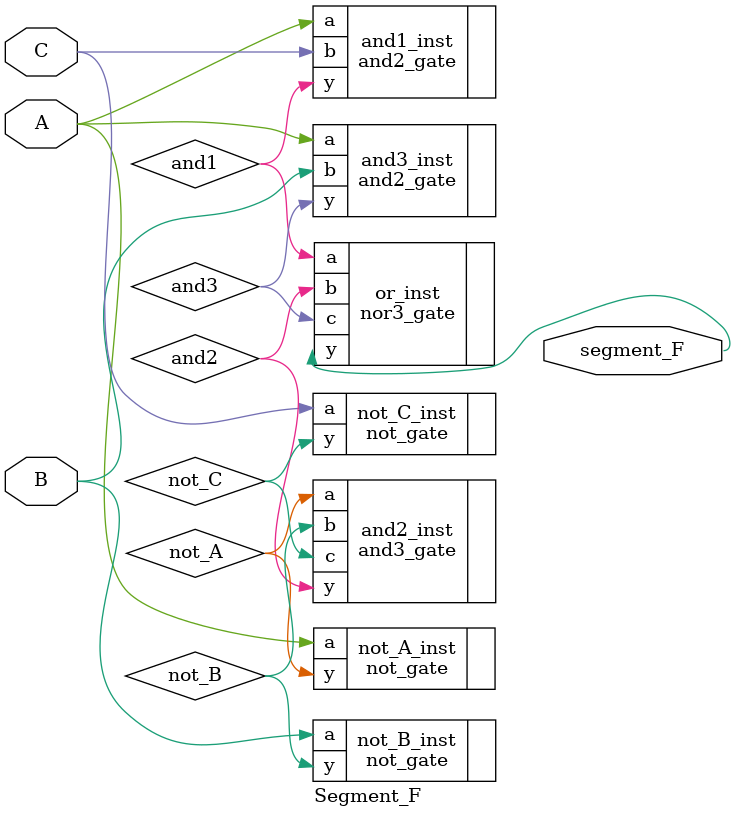
<source format=sv>
module Segment_F (
    input wire A, // Entrada A
    input wire B, // Entrada B
    input wire C, // Entrada C
    output wire segment_F // Salida para el segmento F del display de 7 segmentos
);

    wire not_A;
    wire not_B;
    wire not_C;

    // Compuerta NOT para negar A
    not_gate not_A_inst (
        .a(A),
        .y(not_A)
    );

    // Compuerta NOT para negar B
    not_gate not_B_inst (
        .a(B),
        .y(not_B)
    );

    // Compuerta NOT para negar C
    not_gate not_C_inst (
        .a(C),
        .y(not_C)
    );

    wire and1;
    wire and2;
    wire and3;

    // Compuerta AND de 2 entradas para A y C
    and2_gate and1_inst (
        .a(A),
        .b(C),
        .y(and1)
    );

    // Compuerta AND de 3 entradas para A negado, B y C negado
    and3_gate and2_inst (
        .a(not_A), // Entrada A negada
        .b(not_B),
        .c(not_C), // Entrada C negada
        .y(and2)
    );

    // Compuerta AND de 2 entradas para A y B
    and2_gate and3_inst (
        .a(A),
        .b(B),
        .y(and3)
    );

    // Compuerta OR de 3 entradas para combinar las salidas de las AND
    nor3_gate or_inst (
        .a(and1),
        .b(and2),
        .c(and3),
        .y(segment_F) // Salida para el segmento F
    );

endmodule

</source>
